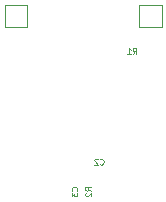
<source format=gbr>
%TF.GenerationSoftware,KiCad,Pcbnew,7.0.6*%
%TF.CreationDate,2023-07-11T14:09:12+02:00*%
%TF.ProjectId,power-output,706f7765-722d-46f7-9574-7075742e6b69,X1*%
%TF.SameCoordinates,Original*%
%TF.FileFunction,Legend,Bot*%
%TF.FilePolarity,Positive*%
%FSLAX46Y46*%
G04 Gerber Fmt 4.6, Leading zero omitted, Abs format (unit mm)*
G04 Created by KiCad (PCBNEW 7.0.6) date 2023-07-11 14:09:12*
%MOMM*%
%LPD*%
G01*
G04 APERTURE LIST*
%ADD10C,0.125000*%
%ADD11C,0.120000*%
G04 APERTURE END LIST*
D10*
X139467190Y-142786666D02*
X139491000Y-142762857D01*
X139491000Y-142762857D02*
X139514809Y-142691428D01*
X139514809Y-142691428D02*
X139514809Y-142643809D01*
X139514809Y-142643809D02*
X139491000Y-142572381D01*
X139491000Y-142572381D02*
X139443380Y-142524762D01*
X139443380Y-142524762D02*
X139395761Y-142500952D01*
X139395761Y-142500952D02*
X139300523Y-142477143D01*
X139300523Y-142477143D02*
X139229095Y-142477143D01*
X139229095Y-142477143D02*
X139133857Y-142500952D01*
X139133857Y-142500952D02*
X139086238Y-142524762D01*
X139086238Y-142524762D02*
X139038619Y-142572381D01*
X139038619Y-142572381D02*
X139014809Y-142643809D01*
X139014809Y-142643809D02*
X139014809Y-142691428D01*
X139014809Y-142691428D02*
X139038619Y-142762857D01*
X139038619Y-142762857D02*
X139062428Y-142786666D01*
X139014809Y-142953333D02*
X139014809Y-143262857D01*
X139014809Y-143262857D02*
X139205285Y-143096190D01*
X139205285Y-143096190D02*
X139205285Y-143167619D01*
X139205285Y-143167619D02*
X139229095Y-143215238D01*
X139229095Y-143215238D02*
X139252904Y-143239047D01*
X139252904Y-143239047D02*
X139300523Y-143262857D01*
X139300523Y-143262857D02*
X139419571Y-143262857D01*
X139419571Y-143262857D02*
X139467190Y-143239047D01*
X139467190Y-143239047D02*
X139491000Y-143215238D01*
X139491000Y-143215238D02*
X139514809Y-143167619D01*
X139514809Y-143167619D02*
X139514809Y-143024762D01*
X139514809Y-143024762D02*
X139491000Y-142977143D01*
X139491000Y-142977143D02*
X139467190Y-142953333D01*
X140684809Y-142776666D02*
X140446714Y-142610000D01*
X140684809Y-142490952D02*
X140184809Y-142490952D01*
X140184809Y-142490952D02*
X140184809Y-142681428D01*
X140184809Y-142681428D02*
X140208619Y-142729047D01*
X140208619Y-142729047D02*
X140232428Y-142752857D01*
X140232428Y-142752857D02*
X140280047Y-142776666D01*
X140280047Y-142776666D02*
X140351476Y-142776666D01*
X140351476Y-142776666D02*
X140399095Y-142752857D01*
X140399095Y-142752857D02*
X140422904Y-142729047D01*
X140422904Y-142729047D02*
X140446714Y-142681428D01*
X140446714Y-142681428D02*
X140446714Y-142490952D01*
X140232428Y-142967143D02*
X140208619Y-142990952D01*
X140208619Y-142990952D02*
X140184809Y-143038571D01*
X140184809Y-143038571D02*
X140184809Y-143157619D01*
X140184809Y-143157619D02*
X140208619Y-143205238D01*
X140208619Y-143205238D02*
X140232428Y-143229047D01*
X140232428Y-143229047D02*
X140280047Y-143252857D01*
X140280047Y-143252857D02*
X140327666Y-143252857D01*
X140327666Y-143252857D02*
X140399095Y-143229047D01*
X140399095Y-143229047D02*
X140684809Y-142943333D01*
X140684809Y-142943333D02*
X140684809Y-143252857D01*
X141413333Y-140527190D02*
X141437142Y-140551000D01*
X141437142Y-140551000D02*
X141508571Y-140574809D01*
X141508571Y-140574809D02*
X141556190Y-140574809D01*
X141556190Y-140574809D02*
X141627618Y-140551000D01*
X141627618Y-140551000D02*
X141675237Y-140503380D01*
X141675237Y-140503380D02*
X141699047Y-140455761D01*
X141699047Y-140455761D02*
X141722856Y-140360523D01*
X141722856Y-140360523D02*
X141722856Y-140289095D01*
X141722856Y-140289095D02*
X141699047Y-140193857D01*
X141699047Y-140193857D02*
X141675237Y-140146238D01*
X141675237Y-140146238D02*
X141627618Y-140098619D01*
X141627618Y-140098619D02*
X141556190Y-140074809D01*
X141556190Y-140074809D02*
X141508571Y-140074809D01*
X141508571Y-140074809D02*
X141437142Y-140098619D01*
X141437142Y-140098619D02*
X141413333Y-140122428D01*
X141222856Y-140122428D02*
X141199047Y-140098619D01*
X141199047Y-140098619D02*
X141151428Y-140074809D01*
X141151428Y-140074809D02*
X141032380Y-140074809D01*
X141032380Y-140074809D02*
X140984761Y-140098619D01*
X140984761Y-140098619D02*
X140960952Y-140122428D01*
X140960952Y-140122428D02*
X140937142Y-140170047D01*
X140937142Y-140170047D02*
X140937142Y-140217666D01*
X140937142Y-140217666D02*
X140960952Y-140289095D01*
X140960952Y-140289095D02*
X141246666Y-140574809D01*
X141246666Y-140574809D02*
X140937142Y-140574809D01*
X144203333Y-131184809D02*
X144369999Y-130946714D01*
X144489047Y-131184809D02*
X144489047Y-130684809D01*
X144489047Y-130684809D02*
X144298571Y-130684809D01*
X144298571Y-130684809D02*
X144250952Y-130708619D01*
X144250952Y-130708619D02*
X144227142Y-130732428D01*
X144227142Y-130732428D02*
X144203333Y-130780047D01*
X144203333Y-130780047D02*
X144203333Y-130851476D01*
X144203333Y-130851476D02*
X144227142Y-130899095D01*
X144227142Y-130899095D02*
X144250952Y-130922904D01*
X144250952Y-130922904D02*
X144298571Y-130946714D01*
X144298571Y-130946714D02*
X144489047Y-130946714D01*
X143727142Y-131184809D02*
X144012856Y-131184809D01*
X143869999Y-131184809D02*
X143869999Y-130684809D01*
X143869999Y-130684809D02*
X143917618Y-130756238D01*
X143917618Y-130756238D02*
X143965237Y-130803857D01*
X143965237Y-130803857D02*
X144012856Y-130827666D01*
D11*
%TO.C,TP2*%
X133350000Y-127050000D02*
X133350000Y-128950000D01*
X133350000Y-128950000D02*
X135250000Y-128950000D01*
X135250000Y-127050000D02*
X133350000Y-127050000D01*
X135250000Y-128950000D02*
X135250000Y-127050000D01*
%TO.C,TP4*%
X144750000Y-127050000D02*
X144750000Y-128950000D01*
X144750000Y-128950000D02*
X146650000Y-128950000D01*
X146650000Y-127050000D02*
X144750000Y-127050000D01*
X146650000Y-128950000D02*
X146650000Y-127050000D01*
%TD*%
M02*

</source>
